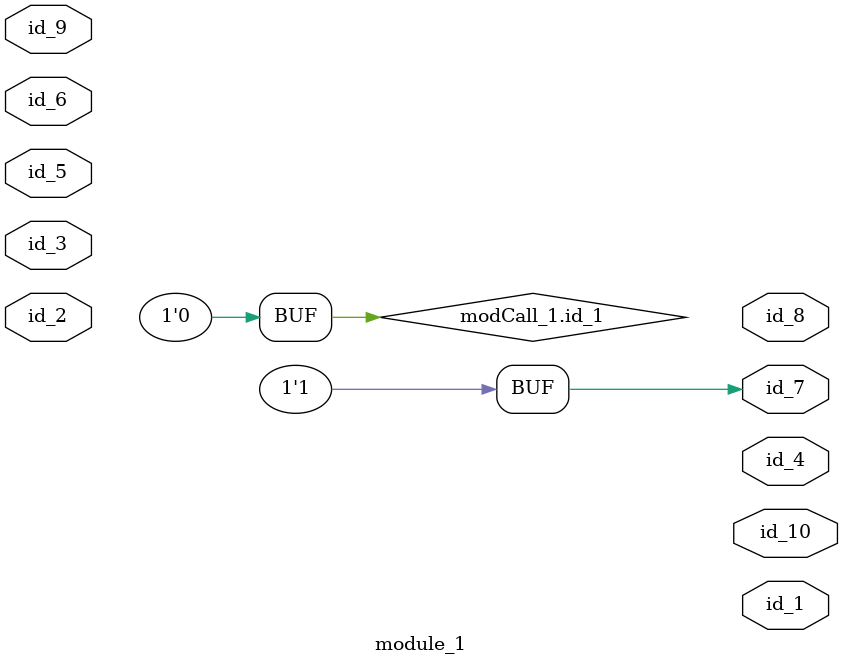
<source format=v>
module module_0;
  always @(posedge id_1) begin : LABEL_0
    if (1'b0 && id_1 == 1) if (1) id_1 <= 1'b0;
  end
  assign id_1 = 1;
  wire id_2;
endmodule
module module_1 (
    id_1,
    id_2,
    id_3,
    id_4,
    id_5,
    id_6,
    id_7,
    id_8,
    id_9,
    id_10
);
  output wire id_10;
  input wire id_9;
  output wire id_8;
  output wire id_7;
  input wire id_6;
  input wire id_5;
  output wire id_4;
  input wire id_3;
  input wire id_2;
  output wire id_1;
  assign id_7 = 1;
  module_0 modCall_1 ();
  assign modCall_1.id_1 = 0;
endmodule

</source>
